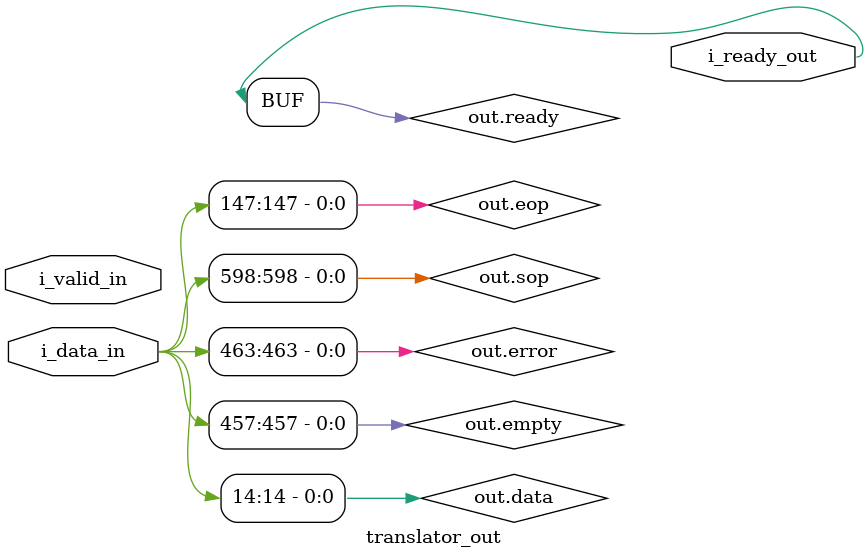
<source format=sv>
module translator_out
  #(
    parameter DATA_WIDTH = 512,
    parameter WIDTH_IN = 600,
    parameter NUM_VC = 2,
    parameter NOC_RADIX = 16
    )
   (
    
    input [WIDTH_IN-1:0] i_data_in,
    input 		 i_valid_in,
    output 		 i_ready_out,
			 
    avalonST.src out

    );


   assign i_ready_out = out.ready;
   
   assign out.valid = (i_valid_in && i_data_in[WIDTH_IN-1]);
   assign out.sop = i_data_in[WIDTH_IN-2];
   assign out.eop = i_data_in[WIDTH_IN/4-3];
   //assign out.error = i_data_in[WIDTH_IN-3-$clog2(NUM_VC)-$clog2(NOC_RADIX)-1];
   //assign out.empty = i_data_in[WIDTH_IN-3-$clog2(NUM_VC)-$clog2(NOC_RADIX)-2 -: $clog2(DATA_WIDTH/8)];
   
/* -----\/----- EXCLUDED -----\/-----
   assign out.data = {
		      i_data_in[WIDTH_IN-3-$clog2(NUM_VC)-$clog2(NOC_RADIX)-2-$clog2(DATA_WIDTH/8) -: DATA_WIDTH/4],
		      i_data_in[3*WIDTH_IN/4-3-$clog2(NUM_VC)-$clog2(NOC_RADIX)-2-$clog2(DATA_WIDTH/8) -: DATA_WIDTH/4],
		      i_data_in[WIDTH_IN/2-3-$clog2(NUM_VC)-$clog2(NOC_RADIX)-2-$clog2(DATA_WIDTH/8) -: DATA_WIDTH/4],
		      i_data_in[WIDTH_IN/4-3-$clog2(NUM_VC)-$clog2(NOC_RADIX)-2-$clog2(DATA_WIDTH/8) -: DATA_WIDTH/4]
		      };
 -----/\----- EXCLUDED -----/\----- */

   assign out.error = i_data_in[WIDTH_IN-3-$clog2(NUM_VC)-$clog2(NOC_RADIX)-DATA_WIDTH/4-1];
   assign out.empty = i_data_in[WIDTH_IN-3-$clog2(NUM_VC)-$clog2(NOC_RADIX)-DATA_WIDTH/4-2 -: $clog2(DATA_WIDTH/8)];
   
   assign out.data = {
		      i_data_in[WIDTH_IN-3-$clog2(NUM_VC)-$clog2(NOC_RADIX)-1 -: DATA_WIDTH/4],
		      i_data_in[3*WIDTH_IN/4-3-$clog2(NUM_VC)-$clog2(NOC_RADIX)-1 -: DATA_WIDTH/4],
		      i_data_in[WIDTH_IN/2-3-$clog2(NUM_VC)-$clog2(NOC_RADIX)-1 -: DATA_WIDTH/4],
		      i_data_in[WIDTH_IN/4-3-$clog2(NUM_VC)-$clog2(NOC_RADIX)-1 -: DATA_WIDTH/4]
		      };
   

endmodule

</source>
